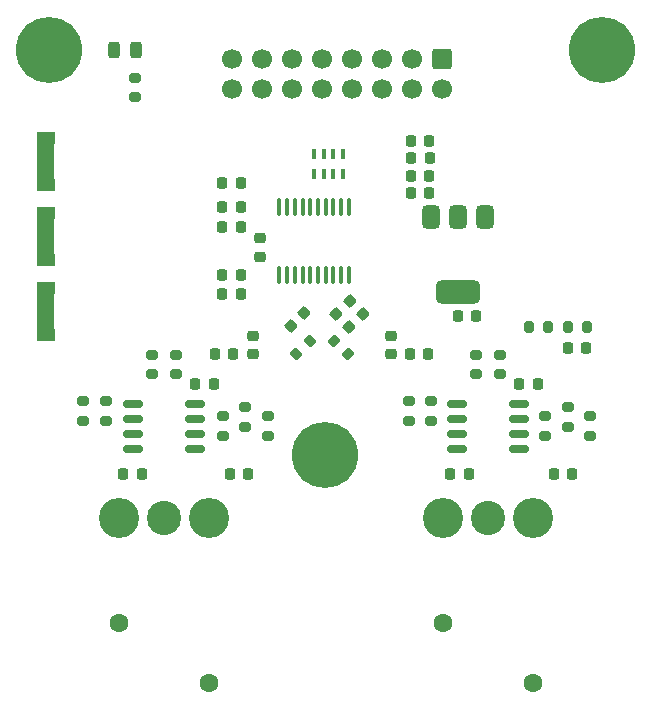
<source format=gbr>
%TF.GenerationSoftware,KiCad,Pcbnew,9.0.0*%
%TF.CreationDate,2025-06-26T22:51:00+02:00*%
%TF.ProjectId,HyperNet-2-DAC,48797065-724e-4657-942d-322d4441432e,rev?*%
%TF.SameCoordinates,Original*%
%TF.FileFunction,Soldermask,Top*%
%TF.FilePolarity,Negative*%
%FSLAX46Y46*%
G04 Gerber Fmt 4.6, Leading zero omitted, Abs format (unit mm)*
G04 Created by KiCad (PCBNEW 9.0.0) date 2025-06-26 22:51:00*
%MOMM*%
%LPD*%
G01*
G04 APERTURE LIST*
G04 Aperture macros list*
%AMRoundRect*
0 Rectangle with rounded corners*
0 $1 Rounding radius*
0 $2 $3 $4 $5 $6 $7 $8 $9 X,Y pos of 4 corners*
0 Add a 4 corners polygon primitive as box body*
4,1,4,$2,$3,$4,$5,$6,$7,$8,$9,$2,$3,0*
0 Add four circle primitives for the rounded corners*
1,1,$1+$1,$2,$3*
1,1,$1+$1,$4,$5*
1,1,$1+$1,$6,$7*
1,1,$1+$1,$8,$9*
0 Add four rect primitives between the rounded corners*
20,1,$1+$1,$2,$3,$4,$5,0*
20,1,$1+$1,$4,$5,$6,$7,0*
20,1,$1+$1,$6,$7,$8,$9,0*
20,1,$1+$1,$8,$9,$2,$3,0*%
%AMFreePoly0*
4,1,6,1.000000,0.000000,0.500000,-0.750000,-0.500000,-0.750000,-0.500000,0.750000,0.500000,0.750000,1.000000,0.000000,1.000000,0.000000,$1*%
G04 Aperture macros list end*
%ADD10RoundRect,0.225000X0.225000X0.250000X-0.225000X0.250000X-0.225000X-0.250000X0.225000X-0.250000X0*%
%ADD11RoundRect,0.100000X0.100000X-0.350000X0.100000X0.350000X-0.100000X0.350000X-0.100000X-0.350000X0*%
%ADD12RoundRect,0.150000X-0.675000X-0.150000X0.675000X-0.150000X0.675000X0.150000X-0.675000X0.150000X0*%
%ADD13FreePoly0,90.000000*%
%ADD14FreePoly0,270.000000*%
%ADD15RoundRect,0.225000X0.335876X0.017678X0.017678X0.335876X-0.335876X-0.017678X-0.017678X-0.335876X0*%
%ADD16RoundRect,0.225000X0.017678X-0.335876X0.335876X-0.017678X-0.017678X0.335876X-0.335876X0.017678X0*%
%ADD17RoundRect,0.200000X0.335876X0.053033X0.053033X0.335876X-0.335876X-0.053033X-0.053033X-0.335876X0*%
%ADD18C,3.600000*%
%ADD19C,5.600000*%
%ADD20C,1.600000*%
%ADD21C,3.400000*%
%ADD22C,2.900000*%
%ADD23RoundRect,0.200000X0.275000X-0.200000X0.275000X0.200000X-0.275000X0.200000X-0.275000X-0.200000X0*%
%ADD24RoundRect,0.225000X-0.225000X-0.250000X0.225000X-0.250000X0.225000X0.250000X-0.225000X0.250000X0*%
%ADD25RoundRect,0.243750X0.243750X0.456250X-0.243750X0.456250X-0.243750X-0.456250X0.243750X-0.456250X0*%
%ADD26RoundRect,0.218750X-0.218750X-0.256250X0.218750X-0.256250X0.218750X0.256250X-0.218750X0.256250X0*%
%ADD27RoundRect,0.225000X0.250000X-0.225000X0.250000X0.225000X-0.250000X0.225000X-0.250000X-0.225000X0*%
%ADD28RoundRect,0.100000X0.100000X-0.637500X0.100000X0.637500X-0.100000X0.637500X-0.100000X-0.637500X0*%
%ADD29RoundRect,0.200000X-0.275000X0.200000X-0.275000X-0.200000X0.275000X-0.200000X0.275000X0.200000X0*%
%ADD30RoundRect,0.200000X-0.200000X-0.275000X0.200000X-0.275000X0.200000X0.275000X-0.200000X0.275000X0*%
%ADD31RoundRect,0.225000X-0.250000X0.225000X-0.250000X-0.225000X0.250000X-0.225000X0.250000X0.225000X0*%
%ADD32RoundRect,0.250000X-0.600000X0.600000X-0.600000X-0.600000X0.600000X-0.600000X0.600000X0.600000X0*%
%ADD33C,1.700000*%
%ADD34RoundRect,0.200000X0.053033X-0.335876X0.335876X-0.053033X-0.053033X0.335876X-0.335876X0.053033X0*%
%ADD35RoundRect,0.375000X-0.375000X0.625000X-0.375000X-0.625000X0.375000X-0.625000X0.375000X0.625000X0*%
%ADD36RoundRect,0.500000X-1.400000X0.500000X-1.400000X-0.500000X1.400000X-0.500000X1.400000X0.500000X0*%
G04 APERTURE END LIST*
%TO.C,JP2*%
G36*
X122567000Y-91368001D02*
G01*
X124067000Y-91368001D01*
X124067000Y-86368001D01*
X122567000Y-86368001D01*
X122567000Y-91368001D01*
G37*
%TO.C,JP3*%
G36*
X122567000Y-97718001D02*
G01*
X124067000Y-97718001D01*
X124067000Y-92718001D01*
X122567000Y-92718001D01*
X122567000Y-97718001D01*
G37*
%TO.C,JP1*%
G36*
X122567000Y-85018001D02*
G01*
X124067000Y-85018001D01*
X124067000Y-80018001D01*
X122567000Y-80018001D01*
X122567000Y-85018001D01*
G37*
%TD*%
D10*
%TO.C,C15*%
X155816600Y-83693000D03*
X154266600Y-83693000D03*
%TD*%
D11*
%TO.C,RN6*%
X146063000Y-83527000D03*
X146863000Y-83527000D03*
X147663000Y-83527000D03*
X148463000Y-83527000D03*
X148463000Y-81827000D03*
X147663000Y-81827000D03*
X146863000Y-81827000D03*
X146063000Y-81827000D03*
%TD*%
D12*
%TO.C,U3*%
X158157000Y-102997000D03*
X158157000Y-104267000D03*
X158157000Y-105537000D03*
X158157000Y-106807000D03*
X163407000Y-106807000D03*
X163407000Y-105537000D03*
X163407000Y-104267000D03*
X163407000Y-102997000D03*
%TD*%
D10*
%TO.C,C12*%
X169063000Y-98298000D03*
X167513000Y-98298000D03*
%TD*%
D13*
%TO.C,JP2*%
X123317000Y-90868001D03*
D14*
X123317000Y-86868001D03*
%TD*%
D10*
%TO.C,C3*%
X159766900Y-95580200D03*
X158216900Y-95580200D03*
%TD*%
D15*
%TO.C,C1*%
X150154008Y-95417008D03*
X149057992Y-94320992D03*
%TD*%
D16*
%TO.C,C42*%
X144091992Y-96456008D03*
X145188008Y-95359992D03*
%TD*%
D17*
%TO.C,R8*%
X148919363Y-98829726D03*
X147752637Y-97663000D03*
%TD*%
D18*
%TO.C,J6*%
X123571000Y-73025000D03*
D19*
X123571000Y-73025000D03*
%TD*%
D20*
%TO.C,J1*%
X156995000Y-121547000D03*
X164615000Y-126627000D03*
D21*
X156995000Y-112657000D03*
X164615000Y-112657000D03*
D22*
X160805000Y-112657000D03*
%TD*%
D23*
%TO.C,R18*%
X140208000Y-104965000D03*
X140208000Y-103315000D03*
%TD*%
D24*
%TO.C,C10*%
X163436000Y-101346000D03*
X164986000Y-101346000D03*
%TD*%
D25*
%TO.C,LED2*%
X130985500Y-73025000D03*
X129110500Y-73025000D03*
%TD*%
D26*
%TO.C,L3*%
X154254100Y-82219800D03*
X155829100Y-82219800D03*
%TD*%
D27*
%TO.C,C43*%
X141478000Y-90564000D03*
X141478000Y-89014000D03*
%TD*%
D24*
%TO.C,C48*%
X138290000Y-84328000D03*
X139840000Y-84328000D03*
%TD*%
D28*
%TO.C,U2*%
X143121000Y-92075000D03*
X143771000Y-92075000D03*
X144421000Y-92075000D03*
X145071000Y-92075000D03*
X145721000Y-92075000D03*
X146371000Y-92075000D03*
X147021000Y-92075000D03*
X147671000Y-92075000D03*
X148321000Y-92075000D03*
X148971000Y-92075000D03*
X148971000Y-86350000D03*
X148321000Y-86350000D03*
X147671000Y-86350000D03*
X147021000Y-86350000D03*
X146371000Y-86350000D03*
X145721000Y-86350000D03*
X145071000Y-86350000D03*
X144421000Y-86350000D03*
X143771000Y-86350000D03*
X143121000Y-86350000D03*
%TD*%
D13*
%TO.C,JP3*%
X123317000Y-97218001D03*
D14*
X123317000Y-93218001D03*
%TD*%
D24*
%TO.C,C38*%
X138290000Y-93726000D03*
X139840000Y-93726000D03*
%TD*%
D18*
%TO.C,J5*%
X146939000Y-107315000D03*
D19*
X146939000Y-107315000D03*
%TD*%
D10*
%TO.C,C8*%
X159144000Y-108966000D03*
X157594000Y-108966000D03*
%TD*%
D24*
%TO.C,C11*%
X138925000Y-108966000D03*
X140475000Y-108966000D03*
%TD*%
D18*
%TO.C,J4*%
X170434000Y-73025000D03*
D19*
X170434000Y-73025000D03*
%TD*%
D23*
%TO.C,R2*%
X154051000Y-104457000D03*
X154051000Y-102807000D03*
%TD*%
D24*
%TO.C,C14*%
X154266600Y-80746600D03*
X155816600Y-80746600D03*
%TD*%
D29*
%TO.C,R19*%
X130922000Y-75398000D03*
X130922000Y-77048000D03*
%TD*%
D23*
%TO.C,R7*%
X161798000Y-100520000D03*
X161798000Y-98870000D03*
%TD*%
D24*
%TO.C,C39*%
X138290000Y-86360000D03*
X139840000Y-86360000D03*
%TD*%
D29*
%TO.C,R3*%
X165608000Y-104077000D03*
X165608000Y-105727000D03*
%TD*%
%TO.C,R14*%
X128397000Y-102807000D03*
X128397000Y-104457000D03*
%TD*%
D12*
%TO.C,U5*%
X130725000Y-102997000D03*
X130725000Y-104267000D03*
X130725000Y-105537000D03*
X130725000Y-106807000D03*
X135975000Y-106807000D03*
X135975000Y-105537000D03*
X135975000Y-104267000D03*
X135975000Y-102997000D03*
%TD*%
D10*
%TO.C,C9*%
X131458000Y-108966000D03*
X129908000Y-108966000D03*
%TD*%
D24*
%TO.C,C4*%
X154266600Y-85166200D03*
X155816600Y-85166200D03*
%TD*%
D23*
%TO.C,R12*%
X126492000Y-104457000D03*
X126492000Y-102807000D03*
%TD*%
D30*
%TO.C,R10*%
X164225000Y-96520000D03*
X165875000Y-96520000D03*
%TD*%
D24*
%TO.C,C13*%
X136004000Y-101346000D03*
X137554000Y-101346000D03*
%TD*%
D23*
%TO.C,R6*%
X167513000Y-104965000D03*
X167513000Y-103315000D03*
%TD*%
D24*
%TO.C,C40*%
X138290000Y-92075000D03*
X139840000Y-92075000D03*
%TD*%
%TO.C,C7*%
X166357000Y-108966000D03*
X167907000Y-108966000D03*
%TD*%
D23*
%TO.C,R13*%
X142113000Y-105727000D03*
X142113000Y-104077000D03*
%TD*%
D31*
%TO.C,C52*%
X140843000Y-97269000D03*
X140843000Y-98819000D03*
%TD*%
D20*
%TO.C,J2*%
X129540000Y-121539000D03*
X137160000Y-126619000D03*
D21*
X129540000Y-112649000D03*
X137160000Y-112649000D03*
D22*
X133350000Y-112649000D03*
%TD*%
D30*
%TO.C,R11*%
X167514000Y-96520000D03*
X169164000Y-96520000D03*
%TD*%
D24*
%TO.C,C50*%
X137655000Y-98806000D03*
X139205000Y-98806000D03*
%TD*%
D23*
%TO.C,R5*%
X159766000Y-100520000D03*
X159766000Y-98870000D03*
%TD*%
D32*
%TO.C,J3*%
X156845000Y-73787000D03*
D33*
X156845000Y-76327000D03*
X154305000Y-73787000D03*
X154305000Y-76327000D03*
X151765000Y-73787000D03*
X151765000Y-76327000D03*
X149225000Y-73787000D03*
X149225000Y-76327000D03*
X146685000Y-73787000D03*
X146685000Y-76327000D03*
X144145000Y-73787000D03*
X144145000Y-76327000D03*
X141605000Y-73787000D03*
X141605000Y-76327000D03*
X139065000Y-73787000D03*
X139065000Y-76327000D03*
%TD*%
D29*
%TO.C,R4*%
X155956000Y-102807000D03*
X155956000Y-104457000D03*
%TD*%
D34*
%TO.C,R9*%
X144526000Y-98829726D03*
X145692726Y-97663000D03*
%TD*%
D35*
%TO.C,U1*%
X160529900Y-87223200D03*
X158229900Y-87223200D03*
D36*
X158229900Y-93523200D03*
D35*
X155929900Y-87223200D03*
%TD*%
D23*
%TO.C,R1*%
X169418000Y-105727000D03*
X169418000Y-104077000D03*
%TD*%
D24*
%TO.C,C37*%
X138290000Y-88011000D03*
X139840000Y-88011000D03*
%TD*%
D29*
%TO.C,R15*%
X138303000Y-104077000D03*
X138303000Y-105727000D03*
%TD*%
D15*
%TO.C,C2*%
X149011008Y-96520000D03*
X147914992Y-95423984D03*
%TD*%
D13*
%TO.C,JP1*%
X123317000Y-84518001D03*
D14*
X123317000Y-80518001D03*
%TD*%
D23*
%TO.C,R16*%
X132334000Y-100520000D03*
X132334000Y-98870000D03*
%TD*%
D31*
%TO.C,C51*%
X152527000Y-97269000D03*
X152527000Y-98819000D03*
%TD*%
D10*
%TO.C,C49*%
X155715000Y-98806000D03*
X154165000Y-98806000D03*
%TD*%
D23*
%TO.C,R17*%
X134366000Y-100520000D03*
X134366000Y-98870000D03*
%TD*%
M02*

</source>
